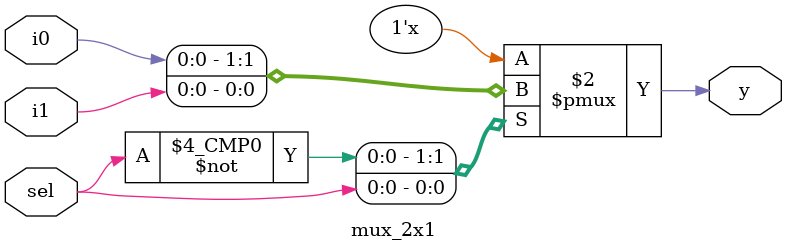
<source format=v>
module PISOregister ( 
input clk , 
input rst , 
input [3:0] pi , 
input sel,
output so);

 wire [5:0] w;

D_ff d0 ( pi[3] , clk ,rst, w[5]);
mux_2x1 M1 ( w[5] , pi[2] , sel , w[4]);

D_ff d1 ( w[4] , clk ,rst, w[3]);
mux_2x1 M2 ( w[3] , pi[1] , sel , w[2]);
D_ff d2 ( w[2] , clk ,rst, w[1]);
mux_2x1 M3 (w[1] , pi[0] , sel , w[0]);
D_ff d3 ( w[0] , clk ,rst, so);

endmodule

module D_ff(input D , clk ,rst , output reg Q );
always @(posedge clk ) begin
    if(rst)begin
        Q <=0;
        
    end  
    else begin
        case(D)
        1'b0: Q = 1'b0;
         1'b1: Q = 1'b1;
endcase
    end
end

endmodule

module mux_2x1 (input  i0 ,i1,sel ,output reg y);

always @(*) begin 
    case(sel)
    1'b0 : y = i0;
    1'b1 : y =i1;
    default: $display("invlaid input");
    endcase
end

endmodule
 




</source>
